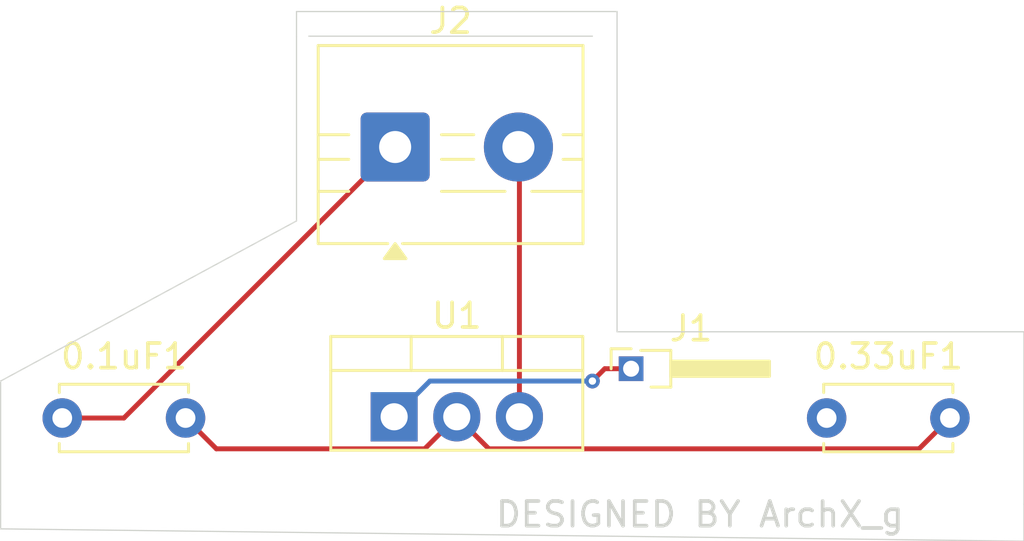
<source format=kicad_pcb>
(kicad_pcb (version 20241229) (generator "pcbnew") (generator_version "9.0")
  (layers (0 "F.Cu" signal) (2 "B.Cu" signal) (13 "F.Paste" user) (15 "B.Paste" user) (5 "F.SilkS" user "F.Silkscreen") (7 "B.SilkS" user "B.Silkscreen") (1 "F.Mask" user) (3 "B.Mask" user) (25 "Edge.Cuts" user))
  (net 0 "")
  (net 1 "Net-(J2-Pin_1)")
  (net 2 "GND")
  (net 3 "Net-(J1-Pin_2)")
  (net 4 "+Vo")
  (net 5 "+V")
  (footprint "Capacitor_THT:C_Disc_D5.0mm_W2.5mm_P5.00mm" (layer "F.Cu") (at 147.5 96)
    (property "Reference" "0.1uF1" (at 2.5 -2.5 0) (layer "F.SilkS"))
    (property "Value" "C_US")
    (fp_line (start -0.12 -1.37) (end 5.12 -1.37) (stroke (width 0.12)) (layer "F.SilkS"))
    (fp_line (start -0.12 -1.033) (end -0.12 -1.37) (stroke (width 0.12)) (layer "F.SilkS"))
    (fp_line (start -0.12 1.37) (end -0.12 1.033) (stroke (width 0.12)) (layer "F.SilkS"))
    (fp_line (start 5.12 -1.37) (end 5.12 -1.033) (stroke (width 0.12)) (layer "F.SilkS"))
    (fp_line (start 5.12 1.033) (end 5.12 1.37) (stroke (width 0.12)) (layer "F.SilkS"))
    (fp_line (start 5.12 1.37) (end -0.12 1.37) (stroke (width 0.12)) (layer "F.SilkS"))
    (pad "1" thru_hole circle (at 0 0) (size 1.6 1.6) (drill 0.8) (layers "*.Cu" "*.Mask") (net 1 "Net-(J2-Pin_1)"))
    (pad "2" thru_hole circle (at 5 0) (size 1.6 1.6) (drill 0.8) (layers "*.Cu" "*.Mask") (net 2 "GND"))
  )
  (footprint "Connector_PinHeader_1.27mm:PinHeader_1x01_P1.27mm_Horizontal" (layer "F.Cu") (at 170.57 94)
    (property "Reference" "J1" (at 2.4325 -1.635 0) (layer "F.SilkS"))
    (property "Value" "Conn_01x02")
    (fp_line (start -0.81 -0.81) (end 0 -0.81) (stroke (width 0.12)) (layer "F.SilkS"))
    (fp_line (start -0.81 0) (end -0.81 -0.81) (stroke (width 0.12)) (layer "F.SilkS"))
    (fp_line (start 0.39 -0.745) (end 1.61 -0.745) (stroke (width 0.12)) (layer "F.SilkS"))
    (fp_line (start 1.61 -0.745) (end 1.61 0.745) (stroke (width 0.12)) (layer "F.SilkS"))
    (fp_line (start 1.61 0.745) (end 0.81 0.745) (stroke (width 0.12)) (layer "F.SilkS"))
    (fp_rect (start 1.61 -0.31) (end 5.61 0.31) (stroke (width 0.12)) (fill yes) (layer "F.SilkS"))
    (pad "1" thru_hole rect (at 0 0) (size 1 1) (drill 0.65) (layers "*.Cu" "*.Mask") (net 5 "+V"))
  )
  (footprint "Capacitor_THT:C_Disc_D5.0mm_W2.5mm_P5.00mm" (layer "F.Cu") (at 178.5 96)
    (property "Reference" "0.33uF1" (at 2.5 -2.5 0) (layer "F.SilkS"))
    (property "Value" "C_Small_US")
    (fp_line (start -0.12 -1.37) (end 5.12 -1.37) (stroke (width 0.12)) (layer "F.SilkS"))
    (fp_line (start -0.12 -1.033) (end -0.12 -1.37) (stroke (width 0.12)) (layer "F.SilkS"))
    (fp_line (start -0.12 1.37) (end -0.12 1.033) (stroke (width 0.12)) (layer "F.SilkS"))
    (fp_line (start 5.12 -1.37) (end 5.12 -1.033) (stroke (width 0.12)) (layer "F.SilkS"))
    (fp_line (start 5.12 1.033) (end 5.12 1.37) (stroke (width 0.12)) (layer "F.SilkS"))
    (fp_line (start 5.12 1.37) (end -0.12 1.37) (stroke (width 0.12)) (layer "F.SilkS"))
    (pad "1" thru_hole circle (at 0 0) (size 1.6 1.6) (drill 0.8) (layers "*.Cu" "*.Mask") (net 3 "Net-(J1-Pin_2)"))
    (pad "2" thru_hole circle (at 5 0) (size 1.6 1.6) (drill 0.8) (layers "*.Cu" "*.Mask") (net 2 "GND"))
  )
  (footprint "TerminalBlock:TerminalBlock_MaiXu_MX126-5.0-02P_1x02_P5.00mm" (layer "F.Cu") (at 161 85)
    (property "Reference" "J2" (at 2.25 -5.12 0) (layer "F.SilkS"))
    (property "Value" "Conn_01x02")
    (fp_line (start -3.12 -4.12) (end 7.62 -4.12) (stroke (width 0.12)) (layer "F.SilkS"))
    (fp_line (start -3.12 -0.5) (end -1.88 -0.5) (stroke (width 0.12)) (layer "F.SilkS"))
    (fp_line (start -3.12 0.5) (end -1.88 0.5) (stroke (width 0.12)) (layer "F.SilkS"))
    (fp_line (start -3.12 1.8) (end -1.88 1.8) (stroke (width 0.12)) (layer "F.SilkS"))
    (fp_line (start -3.12 3.92) (end -3.12 -4.12) (stroke (width 0.12)) (layer "F.SilkS"))
    (fp_line (start -0.3 3.92) (end -3.12 3.92) (stroke (width 0.12)) (layer "F.SilkS"))
    (fp_line (start 1.88 -0.5) (end 3.188 -0.5) (stroke (width 0.12)) (layer "F.SilkS"))
    (fp_line (start 1.88 0.5) (end 3.188 0.5) (stroke (width 0.12)) (layer "F.SilkS"))
    (fp_line (start 1.88 1.8) (end 4.457 1.8) (stroke (width 0.12)) (layer "F.SilkS"))
    (fp_line (start 5.543 1.8) (end 7.62 1.8) (stroke (width 0.12)) (layer "F.SilkS"))
    (fp_line (start 6.812 -0.5) (end 7.62 -0.5) (stroke (width 0.12)) (layer "F.SilkS"))
    (fp_line (start 6.812 0.5) (end 7.62 0.5) (stroke (width 0.12)) (layer "F.SilkS"))
    (fp_line (start 7.62 -4.12) (end 7.62 3.92) (stroke (width 0.12)) (layer "F.SilkS"))
    (fp_line (start 7.62 3.92) (end 0.3 3.92) (stroke (width 0.12)) (layer "F.SilkS"))
    (fp_poly (pts (xy 0 3.92) (xy 0.44 4.53) (xy -0.44 4.53)) (stroke (width 0.12)) (fill yes) (layer "F.SilkS"))
    (pad "1" thru_hole roundrect (at 0 0) (size 2.8 2.8) (drill 1.3) (layers "*.Cu" "*.Mask") (roundrect_rratio 0.089286) (net 1 "Net-(J2-Pin_1)"))
    (pad "2" thru_hole circle (at 5 0) (size 2.8 2.8) (drill 1.3) (layers "*.Cu" "*.Mask") (net 4 "+Vo"))
  )
  (footprint "Package_TO_SOT_THT:TO-220-3_Vertical" (layer "F.Cu") (at 160.96 95.95)
    (property "Reference" "U1" (at 2.54 -4.1 0) (layer "F.SilkS"))
    (property "Value" "LM7805_TO220")
    (fp_line (start -2.57 -3.26) (end 7.65 -3.26) (stroke (width 0.12)) (layer "F.SilkS"))
    (fp_line (start -2.57 -1.88) (end 7.65 -1.88) (stroke (width 0.12)) (layer "F.SilkS"))
    (fp_line (start -2.57 1.36) (end -2.57 -3.26) (stroke (width 0.12)) (layer "F.SilkS"))
    (fp_line (start 0.69 -3.26) (end 0.69 -1.88) (stroke (width 0.12)) (layer "F.SilkS"))
    (fp_line (start 4.39 -3.26) (end 4.39 -1.88) (stroke (width 0.12)) (layer "F.SilkS"))
    (fp_line (start 7.65 -3.26) (end 7.65 1.36) (stroke (width 0.12)) (layer "F.SilkS"))
    (fp_line (start 7.65 1.36) (end -2.57 1.36) (stroke (width 0.12)) (layer "F.SilkS"))
    (pad "1" thru_hole rect (at 0 0) (size 1.905 2) (drill 1.1) (layers "*.Cu" "*.Mask") (net 5 "+V"))
    (pad "2" thru_hole oval (at 2.54 0) (size 1.905 2) (drill 1.1) (layers "*.Cu" "*.Mask") (net 2 "GND"))
    (pad "3" thru_hole oval (at 5.08 0) (size 1.905 2) (drill 1.1) (layers "*.Cu" "*.Mask") (net 4 "+Vo"))
  )
  (gr_line (start 170 92.5) (end 170 79.5) (stroke (width 0.05)) (layer "Edge.Cuts"))
  (gr_line (start 170 79.5) (end 157 79.5) (stroke (width 0.05)) (layer "Edge.Cuts"))
  (gr_line (start 157 79.5) (end 157 80.5) (stroke (width 0.05)) (layer "Edge.Cuts"))
  (gr_line (start 157.5 80.5) (end 169 80.5) (stroke (width 0.05)) (layer "Edge.Cuts"))
  (gr_line (start 186.5 99.5) (end 186.5 101) (stroke (width 0.05)) (layer "Edge.Cuts"))
  (gr_line (start 186.5 92.5) (end 170 92.5) (stroke (width 0.05)) (layer "Edge.Cuts"))
  (gr_line (start 145 100.5) (end 186.5 101) (stroke (width 0.05)) (layer "Edge.Cuts"))
  (gr_line (start 145 94.5) (end 145 99.5) (stroke (width 0.05)) (layer "Edge.Cuts"))
  (gr_line (start 157 88) (end 145 94.5) (stroke (width 0.05)) (layer "Edge.Cuts"))
  (gr_line (start 145 99.5) (end 145 100.5) (stroke (width 0.05)) (layer "Edge.Cuts"))
  (gr_line (start 157 80.5) (end 157 88) (stroke (width 0.05)) (layer "Edge.Cuts"))
  (gr_line (start 186.5 99.5) (end 186.5 92.5) (stroke (width 0.05)) (layer "Edge.Cuts"))
  (gr_text "DESIGNED BY ArchX_g" (at 165 100.5 0) (layer "Edge.Cuts") (effects (font (size 1 1)) (justify left bottom)))
  (segment (start 150 96) (end 161 85) (width 0.2) (layer "F.Cu") (net 1))
  (segment (start 147.5 96) (end 150 96) (width 0.2) (layer "F.Cu") (net 1))
  (segment (start 163.5 95.95) (end 164.801 97.251) (width 0.2) (layer "F.Cu") (net 2))
  (segment (start 164.801 97.251) (end 182.249 97.251) (width 0.2) (layer "F.Cu") (net 2))
  (segment (start 182.249 97.251) (end 183.5 96) (width 0.2) (layer "F.Cu") (net 2))
  (segment (start 152.5 96) (end 153.751 97.251) (width 0.2) (layer "F.Cu") (net 2))
  (segment (start 153.751 97.251) (end 162.199 97.251) (width 0.2) (layer "F.Cu") (net 2))
  (segment (start 162.199 97.251) (end 163.5 95.95) (width 0.2) (layer "F.Cu") (net 2))
  (segment (start 166.04 95.95) (end 166.04 85.04) (width 0.2) (layer "F.Cu") (net 4))
  (segment (start 166.04 85.04) (end 166 85) (width 0.2) (layer "F.Cu") (net 4))
  (segment (start 169.5 94) (end 169 94.5) (width 0.2) (layer "F.Cu") (net 5))
  (segment (start 170.57 94) (end 169.5 94) (width 0.2) (layer "F.Cu") (net 5))
  (via (at 169 94.5) (size 0.6) (drill 0.3) (layers "F.Cu" "B.Cu") (net 5))
  (segment (start 162.41 94.5) (end 160.96 95.95) (width 0.2) (layer "B.Cu") (net 5))
  (segment (start 169 94.5) (end 162.41 94.5) (width 0.2) (layer "B.Cu") (net 5))
)
</source>
